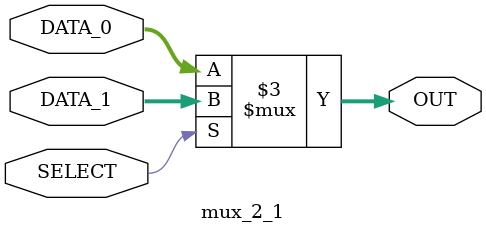
<source format=v>
module mux_2_1 #(parameter W = 4)(
  input wire [W-1:0] DATA_0,DATA_1,
  input wire SELECT,
  output reg [W-1:0] OUT
);

always @(*) begin
	if (SELECT)
		OUT <= DATA_1;
	else
		OUT <= DATA_0;
end
endmodule
</source>
